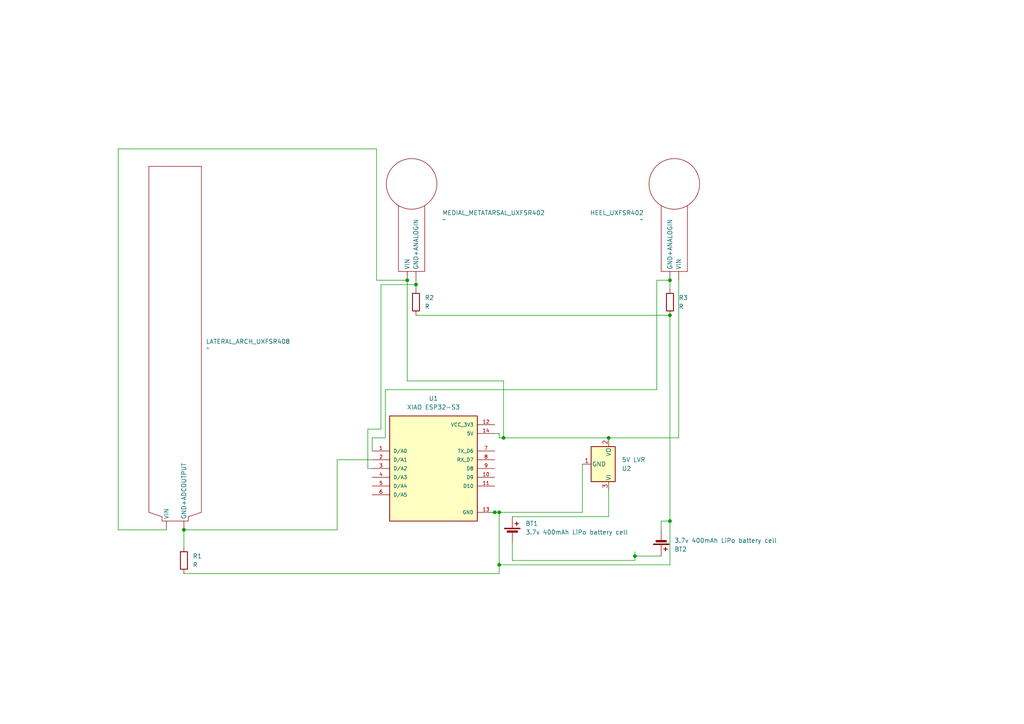
<source format=kicad_sch>
(kicad_sch
	(version 20231120)
	(generator "eeschema")
	(generator_version "8.0")
	(uuid "f7bbd4c8-105c-43de-8aed-ea81c7752df6")
	(paper "A4")
	(title_block
		(title "SMART SOLE HARDWARE")
		(date "2024-11-17")
		(rev "4")
		(company "BY BASIL AMIN")
	)
	(lib_symbols
		(symbol "113991054:113991054"
			(pin_names
				(offset 1.016)
			)
			(exclude_from_sim no)
			(in_bom yes)
			(on_board yes)
			(property "Reference" "U"
				(at -12.7 16.002 0)
				(effects
					(font
						(size 1.27 1.27)
					)
					(justify left bottom)
				)
			)
			(property "Value" "113991054"
				(at -12.7 -17.78 0)
				(effects
					(font
						(size 1.27 1.27)
					)
					(justify left bottom)
				)
			)
			(property "Footprint" "113991054:MODULE_113991054"
				(at 0 0 0)
				(effects
					(font
						(size 1.27 1.27)
					)
					(justify bottom)
					(hide yes)
				)
			)
			(property "Datasheet" ""
				(at 0 0 0)
				(effects
					(font
						(size 1.27 1.27)
					)
					(hide yes)
				)
			)
			(property "Description" ""
				(at 0 0 0)
				(effects
					(font
						(size 1.27 1.27)
					)
					(hide yes)
				)
			)
			(property "MF" "Seeed Technology Co., Ltd"
				(at 0 0 0)
				(effects
					(font
						(size 1.27 1.27)
					)
					(justify bottom)
					(hide yes)
				)
			)
			(property "MAXIMUM_PACKAGE_HEIGHT" "N/A"
				(at 0 0 0)
				(effects
					(font
						(size 1.27 1.27)
					)
					(justify bottom)
					(hide yes)
				)
			)
			(property "Package" "None"
				(at 0 0 0)
				(effects
					(font
						(size 1.27 1.27)
					)
					(justify bottom)
					(hide yes)
				)
			)
			(property "Price" "None"
				(at 0 0 0)
				(effects
					(font
						(size 1.27 1.27)
					)
					(justify bottom)
					(hide yes)
				)
			)
			(property "Check_prices" "https://www.snapeda.com/parts/113991054/Seeed+Technology+Co.%252C+Ltd/view-part/?ref=eda"
				(at 0 0 0)
				(effects
					(font
						(size 1.27 1.27)
					)
					(justify bottom)
					(hide yes)
				)
			)
			(property "STANDARD" "Manufacturer Recommendations"
				(at 0 0 0)
				(effects
					(font
						(size 1.27 1.27)
					)
					(justify bottom)
					(hide yes)
				)
			)
			(property "PARTREV" "23/05/2022"
				(at 0 0 0)
				(effects
					(font
						(size 1.27 1.27)
					)
					(justify bottom)
					(hide yes)
				)
			)
			(property "SnapEDA_Link" "https://www.snapeda.com/parts/113991054/Seeed+Technology+Co.%252C+Ltd/view-part/?ref=snap"
				(at 0 0 0)
				(effects
					(font
						(size 1.27 1.27)
					)
					(justify bottom)
					(hide yes)
				)
			)
			(property "MP" "113991054"
				(at 0 0 0)
				(effects
					(font
						(size 1.27 1.27)
					)
					(justify bottom)
					(hide yes)
				)
			)
			(property "Description_1" "\n                        \n                            - ESP32-C3 Transceiver; 802.11 a/b/g/n (Wi-Fi, WiFi, WLAN), Bluetooth® Smart 4.x Low Energy (BLE) 2.4GHz Evaluation Board\n                        \n"
				(at 0 0 0)
				(effects
					(font
						(size 1.27 1.27)
					)
					(justify bottom)
					(hide yes)
				)
			)
			(property "SNAPEDA_PN" "113991054"
				(at 0 0 0)
				(effects
					(font
						(size 1.27 1.27)
					)
					(justify bottom)
					(hide yes)
				)
			)
			(property "Availability" "In Stock"
				(at 0 0 0)
				(effects
					(font
						(size 1.27 1.27)
					)
					(justify bottom)
					(hide yes)
				)
			)
			(property "MANUFACTURER" "Seeed Technology"
				(at 0 0 0)
				(effects
					(font
						(size 1.27 1.27)
					)
					(justify bottom)
					(hide yes)
				)
			)
			(symbol "113991054_0_0"
				(rectangle
					(start -12.7 -15.24)
					(end 12.7 15.24)
					(stroke
						(width 0.254)
						(type default)
					)
					(fill
						(type background)
					)
				)
				(pin bidirectional line
					(at -17.78 5.08 0)
					(length 5.08)
					(name "D/A0"
						(effects
							(font
								(size 1.016 1.016)
							)
						)
					)
					(number "1"
						(effects
							(font
								(size 1.016 1.016)
							)
						)
					)
				)
				(pin bidirectional line
					(at 17.78 -2.54 180)
					(length 5.08)
					(name "D9"
						(effects
							(font
								(size 1.016 1.016)
							)
						)
					)
					(number "10"
						(effects
							(font
								(size 1.016 1.016)
							)
						)
					)
				)
				(pin bidirectional line
					(at 17.78 -5.08 180)
					(length 5.08)
					(name "D10"
						(effects
							(font
								(size 1.016 1.016)
							)
						)
					)
					(number "11"
						(effects
							(font
								(size 1.016 1.016)
							)
						)
					)
				)
				(pin power_in line
					(at 17.78 12.7 180)
					(length 5.08)
					(name "VCC_3V3"
						(effects
							(font
								(size 1.016 1.016)
							)
						)
					)
					(number "12"
						(effects
							(font
								(size 1.016 1.016)
							)
						)
					)
				)
				(pin power_in line
					(at 17.78 -12.7 180)
					(length 5.08)
					(name "GND"
						(effects
							(font
								(size 1.016 1.016)
							)
						)
					)
					(number "13"
						(effects
							(font
								(size 1.016 1.016)
							)
						)
					)
				)
				(pin power_in line
					(at 17.78 10.16 180)
					(length 5.08)
					(name "5V"
						(effects
							(font
								(size 1.016 1.016)
							)
						)
					)
					(number "14"
						(effects
							(font
								(size 1.016 1.016)
							)
						)
					)
				)
				(pin bidirectional line
					(at -17.78 2.54 0)
					(length 5.08)
					(name "D/A1"
						(effects
							(font
								(size 1.016 1.016)
							)
						)
					)
					(number "2"
						(effects
							(font
								(size 1.016 1.016)
							)
						)
					)
				)
				(pin bidirectional line
					(at -17.78 0 0)
					(length 5.08)
					(name "D/A2"
						(effects
							(font
								(size 1.016 1.016)
							)
						)
					)
					(number "3"
						(effects
							(font
								(size 1.016 1.016)
							)
						)
					)
				)
				(pin bidirectional line
					(at 17.78 5.08 180)
					(length 5.08)
					(name "TX_D6"
						(effects
							(font
								(size 1.016 1.016)
							)
						)
					)
					(number "7"
						(effects
							(font
								(size 1.016 1.016)
							)
						)
					)
				)
				(pin bidirectional line
					(at 17.78 2.54 180)
					(length 5.08)
					(name "RX_D7"
						(effects
							(font
								(size 1.016 1.016)
							)
						)
					)
					(number "8"
						(effects
							(font
								(size 1.016 1.016)
							)
						)
					)
				)
				(pin bidirectional line
					(at 17.78 0 180)
					(length 5.08)
					(name "D8"
						(effects
							(font
								(size 1.016 1.016)
							)
						)
					)
					(number "9"
						(effects
							(font
								(size 1.016 1.016)
							)
						)
					)
				)
			)
			(symbol "113991054_1_0"
				(pin bidirectional line
					(at -17.78 -2.54 0)
					(length 5.08)
					(name "D/A3"
						(effects
							(font
								(size 1.016 1.016)
							)
						)
					)
					(number "4"
						(effects
							(font
								(size 1.016 1.016)
							)
						)
					)
				)
				(pin bidirectional line
					(at -17.78 -5.08 0)
					(length 5.08)
					(name "D/A4"
						(effects
							(font
								(size 1.016 1.016)
							)
						)
					)
					(number "5"
						(effects
							(font
								(size 1.016 1.016)
							)
						)
					)
				)
				(pin bidirectional line
					(at -17.78 -7.62 0)
					(length 5.08)
					(name "D/A5"
						(effects
							(font
								(size 1.016 1.016)
							)
						)
					)
					(number "6"
						(effects
							(font
								(size 1.016 1.016)
							)
						)
					)
				)
			)
		)
		(symbol "Device:Battery_Cell"
			(pin_numbers hide)
			(pin_names
				(offset 0) hide)
			(exclude_from_sim no)
			(in_bom yes)
			(on_board yes)
			(property "Reference" "BT"
				(at 2.54 2.54 0)
				(effects
					(font
						(size 1.27 1.27)
					)
					(justify left)
				)
			)
			(property "Value" "Battery_Cell"
				(at 2.54 0 0)
				(effects
					(font
						(size 1.27 1.27)
					)
					(justify left)
				)
			)
			(property "Footprint" ""
				(at 0 1.524 90)
				(effects
					(font
						(size 1.27 1.27)
					)
					(hide yes)
				)
			)
			(property "Datasheet" "~"
				(at 0 1.524 90)
				(effects
					(font
						(size 1.27 1.27)
					)
					(hide yes)
				)
			)
			(property "Description" "Single-cell battery"
				(at 0 0 0)
				(effects
					(font
						(size 1.27 1.27)
					)
					(hide yes)
				)
			)
			(property "ki_keywords" "battery cell"
				(at 0 0 0)
				(effects
					(font
						(size 1.27 1.27)
					)
					(hide yes)
				)
			)
			(symbol "Battery_Cell_0_1"
				(rectangle
					(start -2.286 1.778)
					(end 2.286 1.524)
					(stroke
						(width 0)
						(type default)
					)
					(fill
						(type outline)
					)
				)
				(rectangle
					(start -1.524 1.016)
					(end 1.524 0.508)
					(stroke
						(width 0)
						(type default)
					)
					(fill
						(type outline)
					)
				)
				(polyline
					(pts
						(xy 0 0.762) (xy 0 0)
					)
					(stroke
						(width 0)
						(type default)
					)
					(fill
						(type none)
					)
				)
				(polyline
					(pts
						(xy 0 1.778) (xy 0 2.54)
					)
					(stroke
						(width 0)
						(type default)
					)
					(fill
						(type none)
					)
				)
				(polyline
					(pts
						(xy 0.762 3.048) (xy 1.778 3.048)
					)
					(stroke
						(width 0.254)
						(type default)
					)
					(fill
						(type none)
					)
				)
				(polyline
					(pts
						(xy 1.27 3.556) (xy 1.27 2.54)
					)
					(stroke
						(width 0.254)
						(type default)
					)
					(fill
						(type none)
					)
				)
			)
			(symbol "Battery_Cell_1_1"
				(pin passive line
					(at 0 5.08 270)
					(length 2.54)
					(name "+"
						(effects
							(font
								(size 1.27 1.27)
							)
						)
					)
					(number "1"
						(effects
							(font
								(size 1.27 1.27)
							)
						)
					)
				)
				(pin passive line
					(at 0 -2.54 90)
					(length 2.54)
					(name "-"
						(effects
							(font
								(size 1.27 1.27)
							)
						)
					)
					(number "2"
						(effects
							(font
								(size 1.27 1.27)
							)
						)
					)
				)
			)
		)
		(symbol "Device:R"
			(pin_numbers hide)
			(pin_names
				(offset 0)
			)
			(exclude_from_sim no)
			(in_bom yes)
			(on_board yes)
			(property "Reference" "R"
				(at 2.032 0 90)
				(effects
					(font
						(size 1.27 1.27)
					)
				)
			)
			(property "Value" "R"
				(at 0 0 90)
				(effects
					(font
						(size 1.27 1.27)
					)
				)
			)
			(property "Footprint" ""
				(at -1.778 0 90)
				(effects
					(font
						(size 1.27 1.27)
					)
					(hide yes)
				)
			)
			(property "Datasheet" "~"
				(at 0 0 0)
				(effects
					(font
						(size 1.27 1.27)
					)
					(hide yes)
				)
			)
			(property "Description" "Resistor"
				(at 0 0 0)
				(effects
					(font
						(size 1.27 1.27)
					)
					(hide yes)
				)
			)
			(property "ki_keywords" "R res resistor"
				(at 0 0 0)
				(effects
					(font
						(size 1.27 1.27)
					)
					(hide yes)
				)
			)
			(property "ki_fp_filters" "R_*"
				(at 0 0 0)
				(effects
					(font
						(size 1.27 1.27)
					)
					(hide yes)
				)
			)
			(symbol "R_0_1"
				(rectangle
					(start -1.016 -2.54)
					(end 1.016 2.54)
					(stroke
						(width 0.254)
						(type default)
					)
					(fill
						(type none)
					)
				)
			)
			(symbol "R_1_1"
				(pin passive line
					(at 0 3.81 270)
					(length 1.27)
					(name "~"
						(effects
							(font
								(size 1.27 1.27)
							)
						)
					)
					(number "1"
						(effects
							(font
								(size 1.27 1.27)
							)
						)
					)
				)
				(pin passive line
					(at 0 -3.81 90)
					(length 1.27)
					(name "~"
						(effects
							(font
								(size 1.27 1.27)
							)
						)
					)
					(number "2"
						(effects
							(font
								(size 1.27 1.27)
							)
						)
					)
				)
			)
		)
		(symbol "FSR LIB:UX_FSR_408"
			(exclude_from_sim no)
			(in_bom yes)
			(on_board yes)
			(property "Reference" "U"
				(at 0 0 0)
				(effects
					(font
						(size 1.27 1.27)
					)
				)
			)
			(property "Value" ""
				(at 0 0 0)
				(effects
					(font
						(size 1.27 1.27)
					)
				)
			)
			(property "Footprint" ""
				(at 0 0 0)
				(effects
					(font
						(size 1.27 1.27)
					)
					(hide yes)
				)
			)
			(property "Datasheet" ""
				(at 0 0 0)
				(effects
					(font
						(size 1.27 1.27)
					)
					(hide yes)
				)
			)
			(property "Description" ""
				(at 0 0 0)
				(effects
					(font
						(size 1.27 1.27)
					)
					(hide yes)
				)
			)
			(symbol "UX_FSR_408_0_1"
				(polyline
					(pts
						(xy -7.62 -100.33) (xy -3.81 -101.6)
					)
					(stroke
						(width 0)
						(type default)
					)
					(fill
						(type none)
					)
				)
				(polyline
					(pts
						(xy -7.62 0) (xy -7.62 -100.33)
					)
					(stroke
						(width 0)
						(type default)
					)
					(fill
						(type none)
					)
				)
				(polyline
					(pts
						(xy 0 0) (xy -7.62 0)
					)
					(stroke
						(width 0)
						(type default)
					)
					(fill
						(type none)
					)
				)
				(polyline
					(pts
						(xy 0 0) (xy 0 0)
					)
					(stroke
						(width 0)
						(type default)
					)
					(fill
						(type none)
					)
				)
				(polyline
					(pts
						(xy 0 0) (xy 7.62 0)
					)
					(stroke
						(width 0)
						(type default)
					)
					(fill
						(type none)
					)
				)
				(polyline
					(pts
						(xy 7.62 -100.33) (xy 3.81 -101.6)
					)
					(stroke
						(width 0)
						(type default)
					)
					(fill
						(type none)
					)
				)
				(polyline
					(pts
						(xy 7.62 0) (xy 7.62 -100.33)
					)
					(stroke
						(width 0)
						(type default)
					)
					(fill
						(type none)
					)
				)
				(polyline
					(pts
						(xy -3.81 -101.6) (xy -3.81 -102.87) (xy 3.81 -102.87) (xy 3.81 -101.6)
					)
					(stroke
						(width 0)
						(type default)
					)
					(fill
						(type none)
					)
				)
			)
			(symbol "UX_FSR_408_1_1"
				(pin input line
					(at 2.54 -105.41 90)
					(length 2.54)
					(name "GND+ADCOUTPUT"
						(effects
							(font
								(size 1.27 1.27)
							)
						)
					)
					(number ""
						(effects
							(font
								(size 1.27 1.27)
							)
						)
					)
				)
				(pin input line
					(at -2.54 -105.41 90)
					(length 2.54)
					(name "VIN"
						(effects
							(font
								(size 1.27 1.27)
							)
						)
					)
					(number ""
						(effects
							(font
								(size 1.27 1.27)
							)
						)
					)
				)
			)
		)
		(symbol "Regulator_Linear:LT1584-3.6"
			(pin_names
				(offset 0.254)
			)
			(exclude_from_sim no)
			(in_bom yes)
			(on_board yes)
			(property "Reference" "U"
				(at -3.81 3.175 0)
				(effects
					(font
						(size 1.27 1.27)
					)
				)
			)
			(property "Value" "LT1584-3.6"
				(at 0 3.175 0)
				(effects
					(font
						(size 1.27 1.27)
					)
					(justify left)
				)
			)
			(property "Footprint" "Package_TO_SOT_THT:TO-220-3_Vertical"
				(at 0 6.35 0)
				(effects
					(font
						(size 1.27 1.27)
						(italic yes)
					)
					(hide yes)
				)
			)
			(property "Datasheet" "https://www.analog.com/media/en/technical-documentation/data-sheets/158457a.pdf"
				(at 0 0 0)
				(effects
					(font
						(size 1.27 1.27)
					)
					(hide yes)
				)
			)
			(property "Description" "Positive 7A 35V Low Dropout Fast Response Linear Regulator, Fixed Output 3.6V, TO-220/TO-263"
				(at 0 0 0)
				(effects
					(font
						(size 1.27 1.27)
					)
					(hide yes)
				)
			)
			(property "ki_keywords" "Voltage Regulator 7A Positive Fixed"
				(at 0 0 0)
				(effects
					(font
						(size 1.27 1.27)
					)
					(hide yes)
				)
			)
			(property "ki_fp_filters" "TO?220*"
				(at 0 0 0)
				(effects
					(font
						(size 1.27 1.27)
					)
					(hide yes)
				)
			)
			(symbol "LT1584-3.6_0_1"
				(rectangle
					(start -5.08 1.905)
					(end 5.08 -5.08)
					(stroke
						(width 0.254)
						(type default)
					)
					(fill
						(type background)
					)
				)
			)
			(symbol "LT1584-3.6_1_1"
				(pin power_in line
					(at 0 -7.62 90)
					(length 2.54)
					(name "GND"
						(effects
							(font
								(size 1.27 1.27)
							)
						)
					)
					(number "1"
						(effects
							(font
								(size 1.27 1.27)
							)
						)
					)
				)
				(pin power_out line
					(at 7.62 0 180)
					(length 2.54)
					(name "VO"
						(effects
							(font
								(size 1.27 1.27)
							)
						)
					)
					(number "2"
						(effects
							(font
								(size 1.27 1.27)
							)
						)
					)
				)
				(pin power_in line
					(at -7.62 0 0)
					(length 2.54)
					(name "VI"
						(effects
							(font
								(size 1.27 1.27)
							)
						)
					)
					(number "3"
						(effects
							(font
								(size 1.27 1.27)
							)
						)
					)
				)
			)
		)
		(symbol "fsr:UX_FSR_402"
			(exclude_from_sim no)
			(in_bom yes)
			(on_board yes)
			(property "Reference" "U"
				(at 0 0 0)
				(effects
					(font
						(size 1.27 1.27)
					)
				)
			)
			(property "Value" ""
				(at 0 0 0)
				(effects
					(font
						(size 1.27 1.27)
					)
				)
			)
			(property "Footprint" ""
				(at 0 0 0)
				(effects
					(font
						(size 1.27 1.27)
					)
					(hide yes)
				)
			)
			(property "Datasheet" ""
				(at 0 0 0)
				(effects
					(font
						(size 1.27 1.27)
					)
					(hide yes)
				)
			)
			(property "Description" ""
				(at 0 0 0)
				(effects
					(font
						(size 1.27 1.27)
					)
					(hide yes)
				)
			)
			(symbol "UX_FSR_402_0_1"
				(polyline
					(pts
						(xy -3.81 -6.35) (xy -3.81 -25.4) (xy 3.81 -25.4) (xy 3.81 -6.35)
					)
					(stroke
						(width 0)
						(type default)
					)
					(fill
						(type none)
					)
				)
				(circle
					(center 0 0)
					(radius 7.34)
					(stroke
						(width 0)
						(type default)
					)
					(fill
						(type none)
					)
				)
			)
			(symbol "UX_FSR_402_1_1"
				(pin input line
					(at 1.27 -27.94 90)
					(length 2.54)
					(name "GND+ANALOGIN"
						(effects
							(font
								(size 1.27 1.27)
							)
						)
					)
					(number ""
						(effects
							(font
								(size 1.27 1.27)
							)
						)
					)
				)
				(pin input line
					(at -1.27 -27.94 90)
					(length 2.54)
					(name "VIN"
						(effects
							(font
								(size 1.27 1.27)
							)
						)
					)
					(number ""
						(effects
							(font
								(size 1.27 1.27)
							)
						)
					)
				)
			)
		)
	)
	(junction
		(at 143.51 148.59)
		(diameter 0)
		(color 0 0 0 0)
		(uuid "21e4fd4a-2f30-43c8-8a7f-151f9bdb853a")
	)
	(junction
		(at 194.31 81.28)
		(diameter 0)
		(color 0 0 0 0)
		(uuid "23519ec1-d205-4573-8cd9-e8d782227b30")
	)
	(junction
		(at 118.11 81.28)
		(diameter 0)
		(color 0 0 0 0)
		(uuid "6418acc0-12df-4df0-8f0e-be4ce44198cd")
	)
	(junction
		(at 184.15 161.29)
		(diameter 0)
		(color 0 0 0 0)
		(uuid "6ca72f62-3c7a-42b8-834a-9a718ccd3cfc")
	)
	(junction
		(at 176.53 127)
		(diameter 0)
		(color 0 0 0 0)
		(uuid "70713f91-8b4c-4c45-abad-93b4cbd37ce4")
	)
	(junction
		(at 194.31 91.44)
		(diameter 0)
		(color 0 0 0 0)
		(uuid "7f2aa32a-a941-40f9-b725-2d2ffac1710a")
	)
	(junction
		(at 53.34 153.67)
		(diameter 0)
		(color 0 0 0 0)
		(uuid "806aebdc-4ba7-4db9-ad1d-8abe4e7d0d9b")
	)
	(junction
		(at 120.65 82.55)
		(diameter 0)
		(color 0 0 0 0)
		(uuid "9070338c-9756-428d-9594-ae3622423cec")
	)
	(junction
		(at 194.31 151.13)
		(diameter 0)
		(color 0 0 0 0)
		(uuid "92c80b03-58ab-48df-8232-e020ef7afdc4")
	)
	(junction
		(at 144.78 148.59)
		(diameter 0)
		(color 0 0 0 0)
		(uuid "c1d0175f-aa1b-4cf2-ba4e-2708cc7cb613")
	)
	(junction
		(at 144.78 163.83)
		(diameter 0)
		(color 0 0 0 0)
		(uuid "ee0c2101-53d8-4c56-a7a8-961e3da6bb90")
	)
	(junction
		(at 146.05 127)
		(diameter 0)
		(color 0 0 0 0)
		(uuid "fe565cb9-6355-4a8a-b210-6b08196fd963")
	)
	(wire
		(pts
			(xy 110.49 124.46) (xy 110.49 82.55)
		)
		(stroke
			(width 0)
			(type default)
		)
		(uuid "07492dde-83ad-432c-8803-02cf10a873ac")
	)
	(wire
		(pts
			(xy 191.77 151.13) (xy 194.31 151.13)
		)
		(stroke
			(width 0)
			(type default)
		)
		(uuid "07be18e0-b4d8-4c39-a5d2-a72cc21a0dae")
	)
	(wire
		(pts
			(xy 184.15 160.02) (xy 184.15 161.29)
		)
		(stroke
			(width 0)
			(type default)
		)
		(uuid "082db92f-94ea-4fb5-a6fe-c044bac6ab8c")
	)
	(wire
		(pts
			(xy 194.31 81.28) (xy 194.31 83.82)
		)
		(stroke
			(width 0)
			(type default)
		)
		(uuid "0ae56633-4e05-4cfc-b437-627e712b0d93")
	)
	(wire
		(pts
			(xy 107.95 130.81) (xy 107.95 127)
		)
		(stroke
			(width 0)
			(type default)
		)
		(uuid "0d039902-61f5-4a32-9e3f-998dd8a6e1b9")
	)
	(wire
		(pts
			(xy 143.51 148.59) (xy 144.78 148.59)
		)
		(stroke
			(width 0)
			(type default)
		)
		(uuid "16f67056-7402-41fe-9843-cdc9c03e3717")
	)
	(wire
		(pts
			(xy 97.79 153.67) (xy 53.34 153.67)
		)
		(stroke
			(width 0)
			(type default)
		)
		(uuid "187078e0-b3f0-48a0-bbf8-022d53edd957")
	)
	(wire
		(pts
			(xy 34.29 43.18) (xy 109.22 43.18)
		)
		(stroke
			(width 0)
			(type default)
		)
		(uuid "20dba894-9d85-4d81-979d-38cbafbd88f2")
	)
	(wire
		(pts
			(xy 106.68 135.89) (xy 107.95 135.89)
		)
		(stroke
			(width 0)
			(type default)
		)
		(uuid "231e0a17-e4f3-410e-af9a-f197f7db5ab6")
	)
	(wire
		(pts
			(xy 184.15 161.29) (xy 184.15 162.56)
		)
		(stroke
			(width 0)
			(type default)
		)
		(uuid "270b9901-bfe8-4cd0-b555-ca4c138cb7ae")
	)
	(wire
		(pts
			(xy 144.78 127) (xy 144.78 125.73)
		)
		(stroke
			(width 0)
			(type default)
		)
		(uuid "28559d86-2b39-477e-838d-ef2c3b223e92")
	)
	(wire
		(pts
			(xy 120.65 82.55) (xy 120.65 83.82)
		)
		(stroke
			(width 0)
			(type default)
		)
		(uuid "2b12876a-f3ed-4af3-baa7-6a74ca626d07")
	)
	(wire
		(pts
			(xy 53.34 166.37) (xy 144.78 166.37)
		)
		(stroke
			(width 0)
			(type default)
		)
		(uuid "2edbe930-736d-4770-9a9f-77bd83a258fa")
	)
	(wire
		(pts
			(xy 48.26 153.67) (xy 34.29 153.67)
		)
		(stroke
			(width 0)
			(type default)
		)
		(uuid "370e813d-6d13-492c-926e-ff5e6ed3b434")
	)
	(wire
		(pts
			(xy 142.24 148.59) (xy 143.51 148.59)
		)
		(stroke
			(width 0)
			(type default)
		)
		(uuid "371dbd5a-3baf-4694-809d-07ca074a51ad")
	)
	(wire
		(pts
			(xy 196.85 81.28) (xy 196.85 127)
		)
		(stroke
			(width 0)
			(type default)
		)
		(uuid "39e09eb8-7a5f-4137-b64f-c5302a44fc70")
	)
	(wire
		(pts
			(xy 107.95 127) (xy 111.76 127)
		)
		(stroke
			(width 0)
			(type default)
		)
		(uuid "42f75214-ad52-4479-983d-fd6820b673b0")
	)
	(wire
		(pts
			(xy 190.5 81.28) (xy 194.31 81.28)
		)
		(stroke
			(width 0)
			(type default)
		)
		(uuid "485d902a-c49f-4c23-9dc5-fbc521504ef0")
	)
	(wire
		(pts
			(xy 144.78 163.83) (xy 194.31 163.83)
		)
		(stroke
			(width 0)
			(type default)
		)
		(uuid "4cd7c838-1750-4f4f-9d36-5d2e07ac981f")
	)
	(wire
		(pts
			(xy 97.79 133.35) (xy 107.95 133.35)
		)
		(stroke
			(width 0)
			(type default)
		)
		(uuid "55f3e8c2-ef53-47fb-b667-ad2dfd83f6f8")
	)
	(wire
		(pts
			(xy 196.85 127) (xy 176.53 127)
		)
		(stroke
			(width 0)
			(type default)
		)
		(uuid "5794886c-465a-4053-90e7-87530b45ef1a")
	)
	(wire
		(pts
			(xy 194.31 91.44) (xy 194.31 151.13)
		)
		(stroke
			(width 0)
			(type default)
		)
		(uuid "5916cb8f-7faf-40ad-87fa-816ef3b55613")
	)
	(wire
		(pts
			(xy 111.76 113.03) (xy 190.5 113.03)
		)
		(stroke
			(width 0)
			(type default)
		)
		(uuid "5e1f4740-a898-4e80-9d6a-88826674c062")
	)
	(wire
		(pts
			(xy 120.65 81.28) (xy 120.65 82.55)
		)
		(stroke
			(width 0)
			(type default)
		)
		(uuid "6134c0ee-8586-43f3-8aae-cf25d83657f8")
	)
	(wire
		(pts
			(xy 191.77 161.29) (xy 184.15 161.29)
		)
		(stroke
			(width 0)
			(type default)
		)
		(uuid "69bf9603-5a37-4206-a185-831c2ae45470")
	)
	(wire
		(pts
			(xy 148.59 157.48) (xy 148.59 162.56)
		)
		(stroke
			(width 0)
			(type default)
		)
		(uuid "6b9e6d8a-3530-414c-bc6a-4ff7ef505967")
	)
	(wire
		(pts
			(xy 34.29 153.67) (xy 34.29 43.18)
		)
		(stroke
			(width 0)
			(type default)
		)
		(uuid "71642030-50cb-438f-91da-d3b4a943d6cd")
	)
	(wire
		(pts
			(xy 144.78 125.73) (xy 143.51 125.73)
		)
		(stroke
			(width 0)
			(type default)
		)
		(uuid "72efec94-7578-4c3a-9362-685fdfe03075")
	)
	(wire
		(pts
			(xy 144.78 163.83) (xy 144.78 166.37)
		)
		(stroke
			(width 0)
			(type default)
		)
		(uuid "7ed3d9a7-f004-4c20-b5f3-05e34dc38f8b")
	)
	(wire
		(pts
			(xy 97.79 133.35) (xy 97.79 153.67)
		)
		(stroke
			(width 0)
			(type default)
		)
		(uuid "82049876-c052-4a6f-9e38-f3e02d22ec9f")
	)
	(wire
		(pts
			(xy 118.11 110.49) (xy 146.05 110.49)
		)
		(stroke
			(width 0)
			(type default)
		)
		(uuid "8230ebd0-6d7d-486d-987e-07cc3b50acfc")
	)
	(wire
		(pts
			(xy 53.34 153.67) (xy 53.34 158.75)
		)
		(stroke
			(width 0)
			(type default)
		)
		(uuid "84f3d969-0a54-41bd-8fa2-e6fe7684e68f")
	)
	(wire
		(pts
			(xy 120.65 91.44) (xy 194.31 91.44)
		)
		(stroke
			(width 0)
			(type default)
		)
		(uuid "9a7ea54c-106f-4021-b232-ac663f62a804")
	)
	(wire
		(pts
			(xy 176.53 149.86) (xy 176.53 142.24)
		)
		(stroke
			(width 0)
			(type default)
		)
		(uuid "a1dbe86b-7f05-455d-b7a5-61d0d18d941d")
	)
	(wire
		(pts
			(xy 190.5 113.03) (xy 190.5 81.28)
		)
		(stroke
			(width 0)
			(type default)
		)
		(uuid "a2cfae29-b548-4019-8730-9afb665caeea")
	)
	(wire
		(pts
			(xy 109.22 43.18) (xy 109.22 81.28)
		)
		(stroke
			(width 0)
			(type default)
		)
		(uuid "a69dba16-8764-4227-ba6b-0b066a8be230")
	)
	(wire
		(pts
			(xy 148.59 162.56) (xy 184.15 162.56)
		)
		(stroke
			(width 0)
			(type default)
		)
		(uuid "a827b8d9-b796-488d-8740-6460c92405cf")
	)
	(wire
		(pts
			(xy 146.05 110.49) (xy 146.05 127)
		)
		(stroke
			(width 0)
			(type default)
		)
		(uuid "b41047ff-e73e-4927-baa3-70d8486d9c22")
	)
	(wire
		(pts
			(xy 168.91 134.62) (xy 168.91 148.59)
		)
		(stroke
			(width 0)
			(type default)
		)
		(uuid "b98a8d36-6872-42dc-b47d-fbc5779ed855")
	)
	(wire
		(pts
			(xy 106.68 124.46) (xy 106.68 135.89)
		)
		(stroke
			(width 0)
			(type default)
		)
		(uuid "bc17021d-56ee-42d2-87bd-6b61758522d0")
	)
	(wire
		(pts
			(xy 111.76 127) (xy 111.76 113.03)
		)
		(stroke
			(width 0)
			(type default)
		)
		(uuid "d6a140c3-43f1-44d4-9d8c-a9cd2cf1441d")
	)
	(wire
		(pts
			(xy 106.68 124.46) (xy 110.49 124.46)
		)
		(stroke
			(width 0)
			(type default)
		)
		(uuid "de46e75b-9a25-48d5-b42c-eb35eb1fecbd")
	)
	(wire
		(pts
			(xy 146.05 127) (xy 144.78 127)
		)
		(stroke
			(width 0)
			(type default)
		)
		(uuid "e1f2002c-e8a4-4ce5-adf7-6f521ad99f47")
	)
	(wire
		(pts
			(xy 118.11 81.28) (xy 118.11 110.49)
		)
		(stroke
			(width 0)
			(type default)
		)
		(uuid "e25845bd-673a-4c98-a353-141687521c91")
	)
	(wire
		(pts
			(xy 144.78 148.59) (xy 168.91 148.59)
		)
		(stroke
			(width 0)
			(type default)
		)
		(uuid "e3dbbbce-cb88-4095-9f23-d16ce91a049c")
	)
	(wire
		(pts
			(xy 148.59 149.86) (xy 176.53 149.86)
		)
		(stroke
			(width 0)
			(type default)
		)
		(uuid "e4bb8a74-6e88-4490-af40-1d0ee08877d7")
	)
	(wire
		(pts
			(xy 144.78 148.59) (xy 144.78 163.83)
		)
		(stroke
			(width 0)
			(type default)
		)
		(uuid "ee25dbc8-755d-4464-af5d-2b26bc5d3715")
	)
	(wire
		(pts
			(xy 194.31 151.13) (xy 194.31 163.83)
		)
		(stroke
			(width 0)
			(type default)
		)
		(uuid "f835a6ea-c79b-4d42-89dd-9a8b6968e70a")
	)
	(wire
		(pts
			(xy 110.49 82.55) (xy 120.65 82.55)
		)
		(stroke
			(width 0)
			(type default)
		)
		(uuid "f8d0c109-03d9-4ccf-baab-b28364e7371a")
	)
	(wire
		(pts
			(xy 176.53 127) (xy 146.05 127)
		)
		(stroke
			(width 0)
			(type default)
		)
		(uuid "fcbebbdd-7b9f-4ee9-98db-743a83662f10")
	)
	(wire
		(pts
			(xy 109.22 81.28) (xy 118.11 81.28)
		)
		(stroke
			(width 0)
			(type default)
		)
		(uuid "fcd0625d-4731-4648-adb1-15878472b7a3")
	)
	(wire
		(pts
			(xy 191.77 153.67) (xy 191.77 151.13)
		)
		(stroke
			(width 0)
			(type default)
		)
		(uuid "ff048e9d-7294-4eb1-b3aa-5ae9ef9b0e71")
	)
	(symbol
		(lib_id "Device:R")
		(at 120.65 87.63 0)
		(unit 1)
		(exclude_from_sim no)
		(in_bom yes)
		(on_board yes)
		(dnp no)
		(fields_autoplaced yes)
		(uuid "51f74616-ff35-4be1-b0d9-6e99eeefa235")
		(property "Reference" "R2"
			(at 123.19 86.3599 0)
			(effects
				(font
					(size 1.27 1.27)
				)
				(justify left)
			)
		)
		(property "Value" "R"
			(at 123.19 88.8999 0)
			(effects
				(font
					(size 1.27 1.27)
				)
				(justify left)
			)
		)
		(property "Footprint" ""
			(at 118.872 87.63 90)
			(effects
				(font
					(size 1.27 1.27)
				)
				(hide yes)
			)
		)
		(property "Datasheet" "~"
			(at 120.65 87.63 0)
			(effects
				(font
					(size 1.27 1.27)
				)
				(hide yes)
			)
		)
		(property "Description" "Resistor"
			(at 120.65 87.63 0)
			(effects
				(font
					(size 1.27 1.27)
				)
				(hide yes)
			)
		)
		(pin "2"
			(uuid "ee4f2185-5f81-46b5-a761-7c257e22e871")
		)
		(pin "1"
			(uuid "9c6149b7-fb3b-4bf3-8b04-17bfee0b3fbc")
		)
		(instances
			(project ""
				(path "/f7bbd4c8-105c-43de-8aed-ea81c7752df6"
					(reference "R2")
					(unit 1)
				)
			)
		)
	)
	(symbol
		(lib_id "Device:R")
		(at 194.31 87.63 0)
		(unit 1)
		(exclude_from_sim no)
		(in_bom yes)
		(on_board yes)
		(dnp no)
		(fields_autoplaced yes)
		(uuid "714f6fd1-27d3-4785-9a3d-5ba6b9b449f5")
		(property "Reference" "R3"
			(at 196.85 86.3599 0)
			(effects
				(font
					(size 1.27 1.27)
				)
				(justify left)
			)
		)
		(property "Value" "R"
			(at 196.85 88.8999 0)
			(effects
				(font
					(size 1.27 1.27)
				)
				(justify left)
			)
		)
		(property "Footprint" ""
			(at 192.532 87.63 90)
			(effects
				(font
					(size 1.27 1.27)
				)
				(hide yes)
			)
		)
		(property "Datasheet" "~"
			(at 194.31 87.63 0)
			(effects
				(font
					(size 1.27 1.27)
				)
				(hide yes)
			)
		)
		(property "Description" "Resistor"
			(at 194.31 87.63 0)
			(effects
				(font
					(size 1.27 1.27)
				)
				(hide yes)
			)
		)
		(pin "1"
			(uuid "a3f81f45-9e68-4bfc-be97-acac9f5aa1b3")
		)
		(pin "2"
			(uuid "63b71c23-ac79-49ed-bff5-edc0a5c15538")
		)
		(instances
			(project ""
				(path "/f7bbd4c8-105c-43de-8aed-ea81c7752df6"
					(reference "R3")
					(unit 1)
				)
			)
		)
	)
	(symbol
		(lib_name "fsr:UX_FSR_402")
		(lib_id "fsr:UX_FSR_402")
		(at 195.58 53.34 0)
		(mirror y)
		(unit 1)
		(exclude_from_sim no)
		(in_bom yes)
		(on_board yes)
		(dnp no)
		(uuid "721319c0-4fa5-4610-b0ea-4a0480d46501")
		(property "Reference" "HEEL_UXFSR402"
			(at 186.69 61.7349 0)
			(effects
				(font
					(size 1.27 1.27)
				)
				(justify left)
			)
		)
		(property "Value" "~"
			(at 186.69 63.64 0)
			(effects
				(font
					(size 1.27 1.27)
				)
				(justify left)
			)
		)
		(property "Footprint" ""
			(at 195.58 53.34 0)
			(effects
				(font
					(size 1.27 1.27)
				)
				(hide yes)
			)
		)
		(property "Datasheet" ""
			(at 195.58 53.34 0)
			(effects
				(font
					(size 1.27 1.27)
				)
				(hide yes)
			)
		)
		(property "Description" ""
			(at 195.58 53.34 0)
			(effects
				(font
					(size 1.27 1.27)
				)
				(hide yes)
			)
		)
		(pin ""
			(uuid "0af96168-51a0-4bfb-ae47-bd8dfef83708")
		)
		(pin ""
			(uuid "7c8f7d73-a686-496b-b876-b7a2608985e2")
		)
		(instances
			(project ""
				(path "/f7bbd4c8-105c-43de-8aed-ea81c7752df6"
					(reference "HEEL_UXFSR402")
					(unit 1)
				)
			)
		)
	)
	(symbol
		(lib_id "Device:Battery_Cell")
		(at 148.59 154.94 0)
		(unit 1)
		(exclude_from_sim no)
		(in_bom yes)
		(on_board yes)
		(dnp no)
		(fields_autoplaced yes)
		(uuid "7c09e2ed-68f4-4270-9421-5a238c99b966")
		(property "Reference" "BT1"
			(at 152.4 151.8284 0)
			(effects
				(font
					(size 1.27 1.27)
				)
				(justify left)
			)
		)
		(property "Value" "3.7v 400mAh LiPo battery cell"
			(at 152.4 154.3684 0)
			(effects
				(font
					(size 1.27 1.27)
				)
				(justify left)
			)
		)
		(property "Footprint" ""
			(at 148.59 153.416 90)
			(effects
				(font
					(size 1.27 1.27)
				)
				(hide yes)
			)
		)
		(property "Datasheet" "~"
			(at 148.59 153.416 90)
			(effects
				(font
					(size 1.27 1.27)
				)
				(hide yes)
			)
		)
		(property "Description" "Single-cell battery"
			(at 148.59 154.94 0)
			(effects
				(font
					(size 1.27 1.27)
				)
				(hide yes)
			)
		)
		(pin "2"
			(uuid "c200e520-03c9-4478-aa28-fa70b7c758aa")
		)
		(pin "1"
			(uuid "bbb938b4-9724-4aea-8d7e-9b2e9150f96b")
		)
		(instances
			(project ""
				(path "/f7bbd4c8-105c-43de-8aed-ea81c7752df6"
					(reference "BT1")
					(unit 1)
				)
			)
		)
	)
	(symbol
		(lib_id "Device:R")
		(at 53.34 162.56 0)
		(unit 1)
		(exclude_from_sim no)
		(in_bom yes)
		(on_board yes)
		(dnp no)
		(fields_autoplaced yes)
		(uuid "7e85437f-5bf9-4a09-884f-0759dd7f97fb")
		(property "Reference" "R1"
			(at 55.88 161.2899 0)
			(effects
				(font
					(size 1.27 1.27)
				)
				(justify left)
			)
		)
		(property "Value" "R"
			(at 55.88 163.8299 0)
			(effects
				(font
					(size 1.27 1.27)
				)
				(justify left)
			)
		)
		(property "Footprint" ""
			(at 51.562 162.56 90)
			(effects
				(font
					(size 1.27 1.27)
				)
				(hide yes)
			)
		)
		(property "Datasheet" "~"
			(at 53.34 162.56 0)
			(effects
				(font
					(size 1.27 1.27)
				)
				(hide yes)
			)
		)
		(property "Description" "Resistor"
			(at 53.34 162.56 0)
			(effects
				(font
					(size 1.27 1.27)
				)
				(hide yes)
			)
		)
		(pin "1"
			(uuid "2e0c3408-9ddc-49fd-abb2-d120527da078")
		)
		(pin "2"
			(uuid "b931080c-644b-495e-8558-b36e6a23c4f1")
		)
		(instances
			(project ""
				(path "/f7bbd4c8-105c-43de-8aed-ea81c7752df6"
					(reference "R1")
					(unit 1)
				)
			)
		)
	)
	(symbol
		(lib_id "FSR LIB:UX_FSR_408")
		(at 50.8 48.26 0)
		(unit 1)
		(exclude_from_sim no)
		(in_bom yes)
		(on_board yes)
		(dnp no)
		(fields_autoplaced yes)
		(uuid "8e4b7486-7c83-4be1-afc7-9f99dd783ff8")
		(property "Reference" "LATERAL_ARCH_UXFSR408"
			(at 59.69 99.0599 0)
			(effects
				(font
					(size 1.27 1.27)
				)
				(justify left)
			)
		)
		(property "Value" "~"
			(at 59.69 100.965 0)
			(effects
				(font
					(size 1.27 1.27)
				)
				(justify left)
			)
		)
		(property "Footprint" ""
			(at 50.8 48.26 0)
			(effects
				(font
					(size 1.27 1.27)
				)
				(hide yes)
			)
		)
		(property "Datasheet" ""
			(at 50.8 48.26 0)
			(effects
				(font
					(size 1.27 1.27)
				)
				(hide yes)
			)
		)
		(property "Description" ""
			(at 50.8 48.26 0)
			(effects
				(font
					(size 1.27 1.27)
				)
				(hide yes)
			)
		)
		(pin ""
			(uuid "cc3e60ef-6266-4064-a137-bfd1a6cd6a8b")
		)
		(pin ""
			(uuid "5215ea59-31aa-41c3-8fd8-fae01eac07b4")
		)
		(instances
			(project ""
				(path "/f7bbd4c8-105c-43de-8aed-ea81c7752df6"
					(reference "LATERAL_ARCH_UXFSR408")
					(unit 1)
				)
			)
		)
	)
	(symbol
		(lib_id "Regulator_Linear:LT1584-3.6")
		(at 176.53 134.62 270)
		(mirror x)
		(unit 1)
		(exclude_from_sim no)
		(in_bom yes)
		(on_board yes)
		(dnp no)
		(uuid "8e8400e1-6704-4ab4-83c2-ac46f4bd16fd")
		(property "Reference" "U2"
			(at 180.34 135.8901 90)
			(effects
				(font
					(size 1.27 1.27)
				)
				(justify left)
			)
		)
		(property "Value" "5V LVR"
			(at 180.34 133.3501 90)
			(effects
				(font
					(size 1.27 1.27)
				)
				(justify left)
			)
		)
		(property "Footprint" "Package_TO_SOT_THT:TO-220-3_Vertical"
			(at 182.88 134.62 0)
			(effects
				(font
					(size 1.27 1.27)
					(italic yes)
				)
				(hide yes)
			)
		)
		(property "Datasheet" "https://www.analog.com/media/en/technical-documentation/data-sheets/158457a.pdf"
			(at 176.53 134.62 0)
			(effects
				(font
					(size 1.27 1.27)
				)
				(hide yes)
			)
		)
		(property "Description" "Positive 7A 35V Low Dropout Fast Response Linear Regulator, Fixed Output 3.6V, TO-220/TO-263"
			(at 176.53 134.62 0)
			(effects
				(font
					(size 1.27 1.27)
				)
				(hide yes)
			)
		)
		(pin "1"
			(uuid "dd55da43-b2a1-4b97-9825-440c42820d63")
		)
		(pin "2"
			(uuid "5c5eef3d-7bb0-4e59-b1b1-593efd198407")
		)
		(pin "3"
			(uuid "f6ec4cc8-9850-40b3-935f-2aa72aaa1ed7")
		)
		(instances
			(project ""
				(path "/f7bbd4c8-105c-43de-8aed-ea81c7752df6"
					(reference "U2")
					(unit 1)
				)
			)
		)
	)
	(symbol
		(lib_id "fsr:UX_FSR_402")
		(at 119.38 53.34 0)
		(unit 1)
		(exclude_from_sim no)
		(in_bom yes)
		(on_board yes)
		(dnp no)
		(fields_autoplaced yes)
		(uuid "bd329c91-69c5-4b75-9ebd-d8ef358091c4")
		(property "Reference" "MEDIAL_METATARSAL_UXFSR402"
			(at 128.27 61.7349 0)
			(effects
				(font
					(size 1.27 1.27)
				)
				(justify left)
			)
		)
		(property "Value" "~"
			(at 128.27 63.64 0)
			(effects
				(font
					(size 1.27 1.27)
				)
				(justify left)
			)
		)
		(property "Footprint" ""
			(at 119.38 53.34 0)
			(effects
				(font
					(size 1.27 1.27)
				)
				(hide yes)
			)
		)
		(property "Datasheet" ""
			(at 119.38 53.34 0)
			(effects
				(font
					(size 1.27 1.27)
				)
				(hide yes)
			)
		)
		(property "Description" ""
			(at 119.38 53.34 0)
			(effects
				(font
					(size 1.27 1.27)
				)
				(hide yes)
			)
		)
		(pin ""
			(uuid "94d14944-60ef-45c1-89d9-603a5b0bcd80")
		)
		(pin ""
			(uuid "a23efbaf-a465-4193-9d84-d6b5890d733f")
		)
		(instances
			(project ""
				(path "/f7bbd4c8-105c-43de-8aed-ea81c7752df6"
					(reference "MEDIAL_METATARSAL_UXFSR402")
					(unit 1)
				)
			)
		)
	)
	(symbol
		(lib_id "113991054:113991054")
		(at 125.73 135.89 0)
		(unit 1)
		(exclude_from_sim no)
		(in_bom yes)
		(on_board yes)
		(dnp no)
		(fields_autoplaced yes)
		(uuid "de181bc0-6f4a-40a2-bc12-26a385e37783")
		(property "Reference" "U1"
			(at 125.73 115.57 0)
			(effects
				(font
					(size 1.27 1.27)
				)
			)
		)
		(property "Value" "XIAO ESP32-S3"
			(at 125.73 118.11 0)
			(effects
				(font
					(size 1.27 1.27)
				)
			)
		)
		(property "Footprint" "113991054:MODULE_113991054"
			(at 125.73 135.89 0)
			(effects
				(font
					(size 1.27 1.27)
				)
				(justify bottom)
				(hide yes)
			)
		)
		(property "Datasheet" ""
			(at 125.73 135.89 0)
			(effects
				(font
					(size 1.27 1.27)
				)
				(hide yes)
			)
		)
		(property "Description" ""
			(at 125.73 135.89 0)
			(effects
				(font
					(size 1.27 1.27)
				)
				(hide yes)
			)
		)
		(property "MF" "Seeed Technology Co., Ltd"
			(at 125.73 135.89 0)
			(effects
				(font
					(size 1.27 1.27)
				)
				(justify bottom)
				(hide yes)
			)
		)
		(property "MAXIMUM_PACKAGE_HEIGHT" "N/A"
			(at 125.73 135.89 0)
			(effects
				(font
					(size 1.27 1.27)
				)
				(justify bottom)
				(hide yes)
			)
		)
		(property "Package" "None"
			(at 125.73 135.89 0)
			(effects
				(font
					(size 1.27 1.27)
				)
				(justify bottom)
				(hide yes)
			)
		)
		(property "Price" "None"
			(at 125.73 135.89 0)
			(effects
				(font
					(size 1.27 1.27)
				)
				(justify bottom)
				(hide yes)
			)
		)
		(property "Check_prices" "https://www.snapeda.com/parts/113991054/Seeed+Technology+Co.%252C+Ltd/view-part/?ref=eda"
			(at 125.73 135.89 0)
			(effects
				(font
					(size 1.27 1.27)
				)
				(justify bottom)
				(hide yes)
			)
		)
		(property "STANDARD" "Manufacturer Recommendations"
			(at 125.73 135.89 0)
			(effects
				(font
					(size 1.27 1.27)
				)
				(justify bottom)
				(hide yes)
			)
		)
		(property "PARTREV" "23/05/2022"
			(at 125.73 135.89 0)
			(effects
				(font
					(size 1.27 1.27)
				)
				(justify bottom)
				(hide yes)
			)
		)
		(property "SnapEDA_Link" "https://www.snapeda.com/parts/113991054/Seeed+Technology+Co.%252C+Ltd/view-part/?ref=snap"
			(at 125.73 135.89 0)
			(effects
				(font
					(size 1.27 1.27)
				)
				(justify bottom)
				(hide yes)
			)
		)
		(property "MP" "113991054"
			(at 125.73 135.89 0)
			(effects
				(font
					(size 1.27 1.27)
				)
				(justify bottom)
				(hide yes)
			)
		)
		(property "Description_1" "\n                        \n                            - ESP32-C3 Transceiver; 802.11 a/b/g/n (Wi-Fi, WiFi, WLAN), Bluetooth® Smart 4.x Low Energy (BLE) 2.4GHz Evaluation Board\n                        \n"
			(at 125.73 135.89 0)
			(effects
				(font
					(size 1.27 1.27)
				)
				(justify bottom)
				(hide yes)
			)
		)
		(property "SNAPEDA_PN" "113991054"
			(at 125.73 135.89 0)
			(effects
				(font
					(size 1.27 1.27)
				)
				(justify bottom)
				(hide yes)
			)
		)
		(property "Availability" "In Stock"
			(at 125.73 135.89 0)
			(effects
				(font
					(size 1.27 1.27)
				)
				(justify bottom)
				(hide yes)
			)
		)
		(property "MANUFACTURER" "Seeed Technology"
			(at 125.73 135.89 0)
			(effects
				(font
					(size 1.27 1.27)
				)
				(justify bottom)
				(hide yes)
			)
		)
		(pin "9"
			(uuid "ff51e895-236c-431b-b6ca-794cd27c525e")
		)
		(pin "10"
			(uuid "bf14bbf4-cc2d-4a0e-a4bb-c154a2b53706")
		)
		(pin "11"
			(uuid "e61ae068-eb2b-4fc2-ab91-0f4f3c99b04f")
		)
		(pin "13"
			(uuid "6687ed1d-1466-4773-bcfe-9067aa4d6f36")
		)
		(pin "1"
			(uuid "c01116ef-5bca-48e4-9de1-c61dbf4a8b25")
		)
		(pin "2"
			(uuid "61abcc7b-2056-4d61-a1a8-e59348467102")
		)
		(pin "7"
			(uuid "2ac9776b-a3aa-478f-b5ec-0516c36a392a")
		)
		(pin "12"
			(uuid "3d283180-9383-4e53-8fd5-7248a69210d7")
		)
		(pin "4"
			(uuid "c6ae43f8-1e30-4017-96eb-26df8e7c8374")
		)
		(pin "5"
			(uuid "8e000a80-8190-4bb9-a385-244b8d58ec5f")
		)
		(pin "14"
			(uuid "08cb273b-5376-402f-b3a4-bf01d60d63d1")
		)
		(pin "8"
			(uuid "d00131d3-20bb-4d08-9491-913764e093b2")
		)
		(pin "6"
			(uuid "a0976742-b1e6-41ea-aa15-996922d97558")
		)
		(pin "3"
			(uuid "9fdd5ff4-21a8-407d-a353-ce0e49420152")
		)
		(instances
			(project ""
				(path "/f7bbd4c8-105c-43de-8aed-ea81c7752df6"
					(reference "U1")
					(unit 1)
				)
			)
		)
	)
	(symbol
		(lib_id "Device:Battery_Cell")
		(at 191.77 156.21 0)
		(mirror x)
		(unit 1)
		(exclude_from_sim no)
		(in_bom yes)
		(on_board yes)
		(dnp no)
		(uuid "e752a953-4987-4b48-8240-a4be3b21d2ed")
		(property "Reference" "BT2"
			(at 195.58 159.3216 0)
			(effects
				(font
					(size 1.27 1.27)
				)
				(justify left)
			)
		)
		(property "Value" "3.7v 400mAh LiPo battery cell"
			(at 195.58 156.7816 0)
			(effects
				(font
					(size 1.27 1.27)
				)
				(justify left)
			)
		)
		(property "Footprint" ""
			(at 191.77 157.734 90)
			(effects
				(font
					(size 1.27 1.27)
				)
				(hide yes)
			)
		)
		(property "Datasheet" "~"
			(at 191.77 157.734 90)
			(effects
				(font
					(size 1.27 1.27)
				)
				(hide yes)
			)
		)
		(property "Description" "Single-cell battery"
			(at 191.77 156.21 0)
			(effects
				(font
					(size 1.27 1.27)
				)
				(hide yes)
			)
		)
		(pin "1"
			(uuid "22a15ee9-45ca-471b-a66d-f4c794c94e93")
		)
		(pin "2"
			(uuid "568315a3-5e65-48a4-b891-1777472817ff")
		)
		(instances
			(project ""
				(path "/f7bbd4c8-105c-43de-8aed-ea81c7752df6"
					(reference "BT2")
					(unit 1)
				)
			)
		)
	)
	(sheet_instances
		(path "/"
			(page "1")
		)
	)
)

</source>
